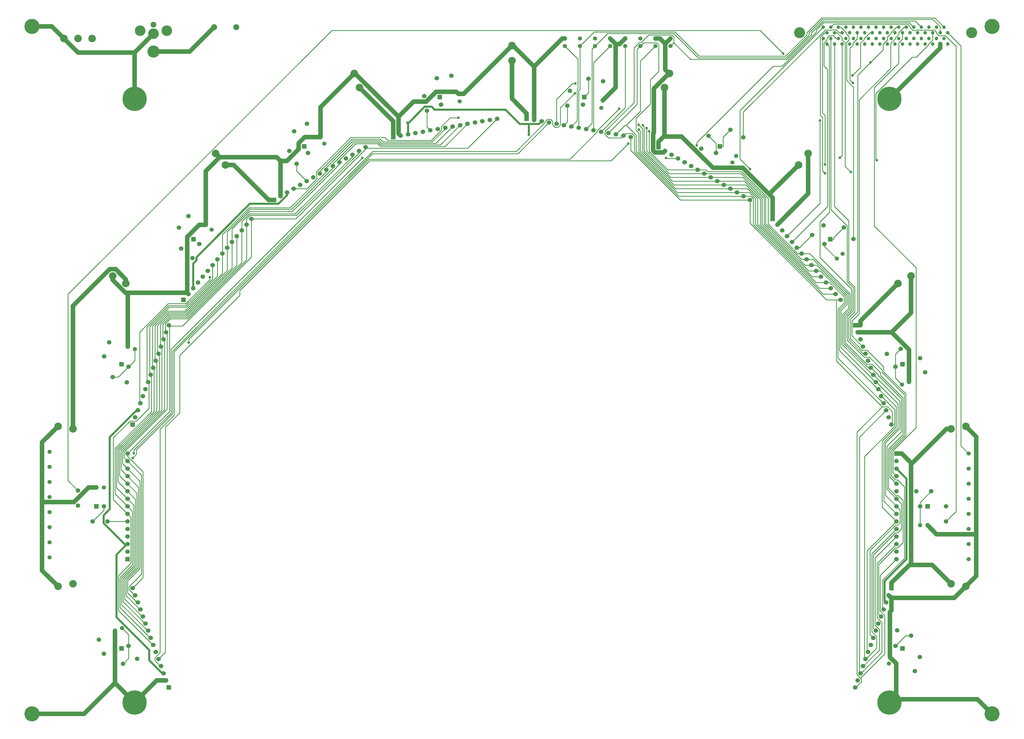
<source format=gbl>
G04 (created by PCBNEW (2013-jul-07)-stable) date Mon 30 Nov 2015 09:20:55 AM PST*
%MOIN*%
G04 Gerber Fmt 3.4, Leading zero omitted, Abs format*
%FSLAX34Y34*%
G01*
G70*
G90*
G04 APERTURE LIST*
%ADD10C,0.00590551*%
%ADD11C,0.145669*%
%ADD12C,0.0472441*%
%ADD13C,0.1*%
%ADD14C,0.0590551*%
%ADD15R,0.06X0.06*%
%ADD16C,0.06*%
%ADD17C,0.076*%
%ADD18C,0.14*%
%ADD19C,0.16*%
%ADD20C,0.055*%
%ADD21C,0.0787402*%
%ADD22C,0.32*%
%ADD23C,0.2*%
%ADD24C,0.035*%
%ADD25C,0.06*%
%ADD26C,0.01*%
%ADD27C,0.025*%
G04 APERTURE END LIST*
G54D10*
G54D11*
X140899Y-27246D03*
X118100Y-27246D03*
G54D12*
X137750Y-28746D03*
X137250Y-27996D03*
X136750Y-28746D03*
X136250Y-27996D03*
X135750Y-28746D03*
X135250Y-27996D03*
X134750Y-28746D03*
X134250Y-27996D03*
X133750Y-28746D03*
X133250Y-27996D03*
X132750Y-28746D03*
X132250Y-27996D03*
X131750Y-28746D03*
X131250Y-27996D03*
X130750Y-28746D03*
X130250Y-27996D03*
X129750Y-28746D03*
X129250Y-27996D03*
X128750Y-28746D03*
X128250Y-27996D03*
X127750Y-28746D03*
X127250Y-27996D03*
X126750Y-28746D03*
X126250Y-27996D03*
X125750Y-28746D03*
X125250Y-27996D03*
X124750Y-28746D03*
X124250Y-27996D03*
X123750Y-28746D03*
X123250Y-27996D03*
X122750Y-28746D03*
X122250Y-27996D03*
X121750Y-28746D03*
X121250Y-27996D03*
X137750Y-27246D03*
X137250Y-26496D03*
X136750Y-27246D03*
X136250Y-26496D03*
X135750Y-27246D03*
X135250Y-26496D03*
X134750Y-27246D03*
X134250Y-26496D03*
X133750Y-27246D03*
X133250Y-26496D03*
X132750Y-27246D03*
X132250Y-26496D03*
X131750Y-27246D03*
X131250Y-26496D03*
X130750Y-27246D03*
X130250Y-26496D03*
X129750Y-27246D03*
X129250Y-26496D03*
X128750Y-27246D03*
X128250Y-26496D03*
X127750Y-27246D03*
X127250Y-26496D03*
X126750Y-27246D03*
X126250Y-26496D03*
X125750Y-27246D03*
X125250Y-26496D03*
X124750Y-27246D03*
X124250Y-26496D03*
X123750Y-27246D03*
X123250Y-26496D03*
X122750Y-27246D03*
X122250Y-26496D03*
X121750Y-27246D03*
X121250Y-26496D03*
G54D13*
X24370Y-28000D03*
X22500Y-28000D03*
X20630Y-28000D03*
G54D14*
X37669Y-57091D03*
X36161Y-55825D03*
X123967Y-53046D03*
X125232Y-54553D03*
X68726Y-37581D03*
X68384Y-35642D03*
X108947Y-40107D03*
X110652Y-41092D03*
X134063Y-70375D03*
X134736Y-72224D03*
X90130Y-33329D03*
X92069Y-33670D03*
X87334Y-36886D03*
X87676Y-34948D03*
X51477Y-44598D03*
X50493Y-42893D03*
X137500Y-90015D03*
X137500Y-91984D03*
X134036Y-109975D03*
X133363Y-111824D03*
X30335Y-110204D03*
X28485Y-110877D03*
X26419Y-92000D03*
X24451Y-92000D03*
X28967Y-73553D03*
X27117Y-72880D03*
X51147Y-40292D03*
X52852Y-39307D03*
X35867Y-53053D03*
X37132Y-51546D03*
X25963Y-70124D03*
X26636Y-68275D03*
X22500Y-89884D03*
X22500Y-87915D03*
X25936Y-109524D03*
X25263Y-107675D03*
X129664Y-69795D03*
X131514Y-69122D03*
X133579Y-88000D03*
X135548Y-88000D03*
X70030Y-33270D03*
X71969Y-32929D03*
X119759Y-54027D03*
X121266Y-52761D03*
X131032Y-106446D03*
X132882Y-107119D03*
X105057Y-42598D03*
X106042Y-40893D03*
G54D15*
X135064Y-90000D03*
G54D16*
X134064Y-90000D03*
G54D15*
X52467Y-42313D03*
G54D16*
X52967Y-43179D03*
G54D15*
X70438Y-35772D03*
G54D16*
X70612Y-36757D03*
G54D15*
X89561Y-35772D03*
G54D16*
X89387Y-36757D03*
G54D15*
X37818Y-54605D03*
G54D16*
X38584Y-55248D03*
G54D15*
X28256Y-108833D03*
G54D16*
X29196Y-108491D03*
G54D15*
X131743Y-108833D03*
G54D16*
X130803Y-108491D03*
G54D15*
X131743Y-71166D03*
G54D16*
X130803Y-71508D03*
G54D15*
X122181Y-54605D03*
G54D16*
X121415Y-55248D03*
G54D15*
X28256Y-71166D03*
G54D16*
X29196Y-71508D03*
G54D15*
X107532Y-42313D03*
G54D16*
X107032Y-43179D03*
G54D15*
X24935Y-90000D03*
G54D16*
X25935Y-90000D03*
G54D15*
X99407Y-42385D03*
G54D16*
X100273Y-42885D03*
X101139Y-43385D03*
X102005Y-43885D03*
X102871Y-44385D03*
X103737Y-44885D03*
X104603Y-45385D03*
X105469Y-45885D03*
X106335Y-46385D03*
X107201Y-46885D03*
X108067Y-47385D03*
X108933Y-47885D03*
X109799Y-48385D03*
X110665Y-48885D03*
X111531Y-49385D03*
G54D15*
X130261Y-100844D03*
G54D16*
X129919Y-101784D03*
X129577Y-102723D03*
X129235Y-103663D03*
X128893Y-104603D03*
X128551Y-105543D03*
X128209Y-106482D03*
X127867Y-107422D03*
X127525Y-108362D03*
X127183Y-109301D03*
X126841Y-110241D03*
X126499Y-111181D03*
X126157Y-112120D03*
X125815Y-113060D03*
X125473Y-114000D03*
G54D15*
X130939Y-83000D03*
G54D16*
X130939Y-84000D03*
X130939Y-85000D03*
X130939Y-86000D03*
X130939Y-87000D03*
X130939Y-88000D03*
X130939Y-89000D03*
X130939Y-90000D03*
X130939Y-91000D03*
X130939Y-92000D03*
X130939Y-93000D03*
X130939Y-94000D03*
X130939Y-95000D03*
X130939Y-96000D03*
X130939Y-97000D03*
G54D15*
X125473Y-65999D03*
G54D16*
X125815Y-66939D03*
X126157Y-67879D03*
X126499Y-68818D03*
X126841Y-69758D03*
X127183Y-70698D03*
X127525Y-71637D03*
X127867Y-72577D03*
X128209Y-73517D03*
X128551Y-74456D03*
X128893Y-75396D03*
X129235Y-76336D03*
X129577Y-77276D03*
X129919Y-78215D03*
X130261Y-79155D03*
G54D15*
X114522Y-51894D03*
G54D16*
X115164Y-52660D03*
X115807Y-53426D03*
X116450Y-54192D03*
X117093Y-54958D03*
X117736Y-55724D03*
X118378Y-56490D03*
X119021Y-57256D03*
X119664Y-58022D03*
X120307Y-58788D03*
X120950Y-59554D03*
X121592Y-60320D03*
X122235Y-61086D03*
X122878Y-61852D03*
X123521Y-62619D03*
G54D15*
X81952Y-38619D03*
G54D16*
X82936Y-38792D03*
X83921Y-38966D03*
X84906Y-39140D03*
X85891Y-39313D03*
X86876Y-39487D03*
X87860Y-39660D03*
X88845Y-39834D03*
X89830Y-40008D03*
X90815Y-40181D03*
X91800Y-40355D03*
X92784Y-40529D03*
X93769Y-40702D03*
X94754Y-40876D03*
X95739Y-41050D03*
G54D15*
X64260Y-41050D03*
G54D16*
X65245Y-40876D03*
X66230Y-40702D03*
X67215Y-40529D03*
X68199Y-40355D03*
X69184Y-40181D03*
X70169Y-40008D03*
X71154Y-39834D03*
X72139Y-39660D03*
X73123Y-39487D03*
X74108Y-39313D03*
X75093Y-39140D03*
X76078Y-38966D03*
X77063Y-38792D03*
X78047Y-38619D03*
G54D15*
X48468Y-49385D03*
G54D16*
X49334Y-48885D03*
X50200Y-48385D03*
X51066Y-47885D03*
X51932Y-47385D03*
X52798Y-46885D03*
X53664Y-46385D03*
X54530Y-45885D03*
X55396Y-45385D03*
X56262Y-44885D03*
X57128Y-44385D03*
X57994Y-43885D03*
X58860Y-43385D03*
X59726Y-42885D03*
X60592Y-42385D03*
G54D15*
X36478Y-62619D03*
G54D16*
X37121Y-61852D03*
X37764Y-61086D03*
X38407Y-60320D03*
X39049Y-59554D03*
X39692Y-58788D03*
X40335Y-58022D03*
X40978Y-57256D03*
X41621Y-56490D03*
X42263Y-55724D03*
X42906Y-54958D03*
X43549Y-54192D03*
X44192Y-53426D03*
X44835Y-52660D03*
X45477Y-51894D03*
G54D15*
X29738Y-79155D03*
G54D16*
X30080Y-78215D03*
X30422Y-77276D03*
X30764Y-76336D03*
X31106Y-75396D03*
X31448Y-74456D03*
X31790Y-73517D03*
X32132Y-72577D03*
X32474Y-71637D03*
X32816Y-70698D03*
X33158Y-69758D03*
X33500Y-68818D03*
X33842Y-67879D03*
X34184Y-66939D03*
X34526Y-65999D03*
G54D15*
X29060Y-97000D03*
G54D16*
X29060Y-96000D03*
X29060Y-95000D03*
X29060Y-94000D03*
X29060Y-93000D03*
X29060Y-92000D03*
X29060Y-91000D03*
X29060Y-90000D03*
X29060Y-89000D03*
X29060Y-88000D03*
X29060Y-87000D03*
X29060Y-86000D03*
X29060Y-85000D03*
X29060Y-84000D03*
X29060Y-83000D03*
G54D15*
X34526Y-114000D03*
G54D16*
X34184Y-113060D03*
X33842Y-112120D03*
X33500Y-111181D03*
X33158Y-110241D03*
X32816Y-109301D03*
X32474Y-108362D03*
X32132Y-107422D03*
X31790Y-106482D03*
X31448Y-105543D03*
X31106Y-104603D03*
X30764Y-103663D03*
X30422Y-102723D03*
X30080Y-101784D03*
X29738Y-100844D03*
G54D17*
X32500Y-26180D03*
G54D18*
X32500Y-27360D03*
G54D19*
X32500Y-29720D03*
G54D18*
X30730Y-26970D03*
X34270Y-26970D03*
G54D13*
X80000Y-30935D03*
X80000Y-28935D03*
X21832Y-100256D03*
X19863Y-100603D03*
X21832Y-79743D03*
X19863Y-79396D03*
X28848Y-60467D03*
X27116Y-59467D03*
X42034Y-44754D03*
X40748Y-43222D03*
X59798Y-34497D03*
X59114Y-32618D03*
G54D20*
X30051Y-69159D03*
X29111Y-68817D03*
X28341Y-106141D03*
X27401Y-106484D03*
X25935Y-87500D03*
X24935Y-87500D03*
X131658Y-73858D03*
X132598Y-73515D03*
X40191Y-53333D03*
X39425Y-52690D03*
X55133Y-41929D03*
X54633Y-41063D03*
X73073Y-36322D03*
X72900Y-35338D03*
X91850Y-37191D03*
X92023Y-36206D03*
X129948Y-110840D03*
X130888Y-111182D03*
X109197Y-44429D03*
X109697Y-43563D03*
X134064Y-92500D03*
X135064Y-92500D03*
X123022Y-57163D03*
X123788Y-56520D03*
G54D21*
X40523Y-26500D03*
X43476Y-26500D03*
G54D13*
X100201Y-34497D03*
X100885Y-32618D03*
X117965Y-44754D03*
X119251Y-43222D03*
X131151Y-60467D03*
X132883Y-59467D03*
X138167Y-79743D03*
X140136Y-79396D03*
X138167Y-100256D03*
X140136Y-100603D03*
G54D22*
X30000Y-36000D03*
X130000Y-36000D03*
X130000Y-116000D03*
X30000Y-116000D03*
G54D23*
X143600Y-26400D03*
X16400Y-117500D03*
X143600Y-117500D03*
X16400Y-26400D03*
G54D20*
X18750Y-82750D03*
X17750Y-82750D03*
X140500Y-91000D03*
X141500Y-91000D03*
X95000Y-29000D03*
X95000Y-28000D03*
X18750Y-88750D03*
X17750Y-88750D03*
X140500Y-93000D03*
X141500Y-93000D03*
X97000Y-29000D03*
X97000Y-28000D03*
X18750Y-86750D03*
X17750Y-86750D03*
X140500Y-95000D03*
X141500Y-95000D03*
X99000Y-29000D03*
X99000Y-28000D03*
X18750Y-84750D03*
X17750Y-84750D03*
X140500Y-97000D03*
X141500Y-97000D03*
X101000Y-29000D03*
X101000Y-28000D03*
X18750Y-90750D03*
X17750Y-90750D03*
X140500Y-83000D03*
X141500Y-83000D03*
X87000Y-29000D03*
X87000Y-28000D03*
X18750Y-96750D03*
X17750Y-96750D03*
X140500Y-85000D03*
X141500Y-85000D03*
X89000Y-29000D03*
X89000Y-28000D03*
X18750Y-94750D03*
X17750Y-94750D03*
X140500Y-87000D03*
X141500Y-87000D03*
X91000Y-29000D03*
X91000Y-28000D03*
X18750Y-92750D03*
X17750Y-92750D03*
X140500Y-89000D03*
X141500Y-89000D03*
X93000Y-29000D03*
X93000Y-28000D03*
G54D24*
X98168Y-40284D03*
X97842Y-39864D03*
X97343Y-39487D03*
X96765Y-39427D03*
X96816Y-40078D03*
X128344Y-44140D03*
X111531Y-45284D03*
X115951Y-30003D03*
X121462Y-45854D03*
X124897Y-45713D03*
X95410Y-41935D03*
X29759Y-83596D03*
X88320Y-35267D03*
X37183Y-68305D03*
X94205Y-37312D03*
X125091Y-32913D03*
X125173Y-33904D03*
X88393Y-33956D03*
X123447Y-43806D03*
X121466Y-44683D03*
X82243Y-40775D03*
X66126Y-39155D03*
X29919Y-82959D03*
X60184Y-43826D03*
X100414Y-43826D03*
X104467Y-42174D03*
X39957Y-59617D03*
X120808Y-38859D03*
X72917Y-38514D03*
X127496Y-31166D03*
G54D25*
X37303Y-29720D02*
X32500Y-29720D01*
X40523Y-26500D02*
X37303Y-29720D01*
X99407Y-42385D02*
X99407Y-41685D01*
X43136Y-44754D02*
X47768Y-49385D01*
X42034Y-44754D02*
X43136Y-44754D01*
X48468Y-49385D02*
X47768Y-49385D01*
X80000Y-35966D02*
X81952Y-37918D01*
X80000Y-30935D02*
X80000Y-35966D01*
X81952Y-38619D02*
X81952Y-37918D01*
X64260Y-41050D02*
X64260Y-40350D01*
X21832Y-63441D02*
X21832Y-79743D01*
X26709Y-58565D02*
X21832Y-63441D01*
X27491Y-58565D02*
X26709Y-58565D01*
X28848Y-59923D02*
X27491Y-58565D01*
X28848Y-60467D02*
X28848Y-59923D01*
X130261Y-100844D02*
X130261Y-100144D01*
X130939Y-83000D02*
X131639Y-83000D01*
X132969Y-84330D02*
X131639Y-83000D01*
X137556Y-79743D02*
X132969Y-84330D01*
X138167Y-79743D02*
X137556Y-79743D01*
X132882Y-84417D02*
X132882Y-97749D01*
X132969Y-84330D02*
X132882Y-84417D01*
X135660Y-97749D02*
X132882Y-97749D01*
X138167Y-100256D02*
X135660Y-97749D01*
X132656Y-97749D02*
X130261Y-100144D01*
X132882Y-97749D02*
X132656Y-97749D01*
X100201Y-34497D02*
X100201Y-41001D01*
X100090Y-41001D02*
X99407Y-41685D01*
X100201Y-41001D02*
X100090Y-41001D01*
X114522Y-51894D02*
X114522Y-51194D01*
X117965Y-44754D02*
X114076Y-48643D01*
X114522Y-49088D02*
X114076Y-48643D01*
X114522Y-51194D02*
X114522Y-49088D01*
X102477Y-41001D02*
X100201Y-41001D01*
X106620Y-45144D02*
X102477Y-41001D01*
X110578Y-45144D02*
X106620Y-45144D01*
X114076Y-48643D02*
X110578Y-45144D01*
X126173Y-65445D02*
X126173Y-65999D01*
X131151Y-60467D02*
X126173Y-65445D01*
X125473Y-65999D02*
X126173Y-65999D01*
X64260Y-38959D02*
X59798Y-34497D01*
X64260Y-40350D02*
X64260Y-38959D01*
G54D26*
X139486Y-28982D02*
X137750Y-27246D01*
X139486Y-81986D02*
X139486Y-28982D01*
X140500Y-83000D02*
X139486Y-81986D01*
X32432Y-108362D02*
X32474Y-108362D01*
X27874Y-103803D02*
X32432Y-108362D01*
X27874Y-99179D02*
X27874Y-103803D01*
X29511Y-97542D02*
X27874Y-99179D01*
X29511Y-91451D02*
X29511Y-97542D01*
X29060Y-91000D02*
X29511Y-91451D01*
X31913Y-73639D02*
X31790Y-73517D01*
X31913Y-77019D02*
X31913Y-73639D01*
X30247Y-78685D02*
X31913Y-77019D01*
X29387Y-78685D02*
X30247Y-78685D01*
X27167Y-80905D02*
X29387Y-78685D01*
X27167Y-89106D02*
X27167Y-80905D01*
X29060Y-91000D02*
X27167Y-89106D01*
X40335Y-59858D02*
X40335Y-58022D01*
X36781Y-63412D02*
X40335Y-59858D01*
X34478Y-63412D02*
X36781Y-63412D01*
X31648Y-66242D02*
X34478Y-63412D01*
X31648Y-73375D02*
X31648Y-66242D01*
X31790Y-73517D02*
X31648Y-73375D01*
X117843Y-56490D02*
X118378Y-56490D01*
X113922Y-52568D02*
X117843Y-56490D01*
X113922Y-49152D02*
X113922Y-52568D01*
X110404Y-45635D02*
X113922Y-49152D01*
X105919Y-45635D02*
X110404Y-45635D01*
X105669Y-45385D02*
X105919Y-45635D01*
X104603Y-45385D02*
X105669Y-45385D01*
X127201Y-71637D02*
X127525Y-71637D01*
X123983Y-68419D02*
X127201Y-71637D01*
X123983Y-64648D02*
X123983Y-68419D01*
X124793Y-63837D02*
X123983Y-64648D01*
X124793Y-61854D02*
X124793Y-63837D01*
X119429Y-56490D02*
X124793Y-61854D01*
X118378Y-56490D02*
X119429Y-56490D01*
X98168Y-42955D02*
X98168Y-40284D01*
X100599Y-45385D02*
X98168Y-42955D01*
X104603Y-45385D02*
X100599Y-45385D01*
X127875Y-106149D02*
X128209Y-106482D01*
X127875Y-96422D02*
X127875Y-106149D01*
X130798Y-93500D02*
X127875Y-96422D01*
X131093Y-93500D02*
X130798Y-93500D01*
X131593Y-93000D02*
X131093Y-93500D01*
X131593Y-89654D02*
X131593Y-93000D01*
X130939Y-89000D02*
X131593Y-89654D01*
X129654Y-87715D02*
X130939Y-89000D01*
X129654Y-82043D02*
X129654Y-87715D01*
X131554Y-80143D02*
X129654Y-82043D01*
X131554Y-75690D02*
X131554Y-80143D01*
X128508Y-72644D02*
X131554Y-75690D01*
X128508Y-72572D02*
X128508Y-72644D01*
X127573Y-71637D02*
X128508Y-72572D01*
X127525Y-71637D02*
X127573Y-71637D01*
X88645Y-38876D02*
X87860Y-39660D01*
X88645Y-34712D02*
X88645Y-38876D01*
X88721Y-34636D02*
X88645Y-34712D01*
X88721Y-30721D02*
X88721Y-34636D01*
X87000Y-29000D02*
X88721Y-30721D01*
X136033Y-25279D02*
X137250Y-26496D01*
X121040Y-25279D02*
X136033Y-25279D01*
X119073Y-27245D02*
X121040Y-25279D01*
X119073Y-27523D02*
X119073Y-27245D01*
X116250Y-30346D02*
X119073Y-27523D01*
X104816Y-30346D02*
X116250Y-30346D01*
X101598Y-27129D02*
X104816Y-30346D01*
X90870Y-27129D02*
X101598Y-27129D01*
X89000Y-29000D02*
X90870Y-27129D01*
X32245Y-72689D02*
X32132Y-72577D01*
X32245Y-77480D02*
X32245Y-72689D01*
X27389Y-82335D02*
X32245Y-77480D01*
X27389Y-88329D02*
X27389Y-82335D01*
X29060Y-90000D02*
X27389Y-88329D01*
X29712Y-90651D02*
X29060Y-90000D01*
X29712Y-97810D02*
X29712Y-90651D01*
X28081Y-99441D02*
X29712Y-97810D01*
X28081Y-103423D02*
X28081Y-99441D01*
X32080Y-107422D02*
X28081Y-103423D01*
X32132Y-107422D02*
X32080Y-107422D01*
X40978Y-59498D02*
X40978Y-57256D01*
X36864Y-63612D02*
X40978Y-59498D01*
X34563Y-63612D02*
X36864Y-63612D01*
X32019Y-66156D02*
X34563Y-63612D01*
X32019Y-72464D02*
X32019Y-66156D01*
X32132Y-72577D02*
X32019Y-72464D01*
X118326Y-57256D02*
X119021Y-57256D01*
X113592Y-52522D02*
X118326Y-57256D01*
X113592Y-49106D02*
X113592Y-52522D01*
X110371Y-45885D02*
X113592Y-49106D01*
X105469Y-45885D02*
X110371Y-45885D01*
X127793Y-72577D02*
X127867Y-72577D01*
X123783Y-68566D02*
X127793Y-72577D01*
X123783Y-64565D02*
X123783Y-68566D01*
X124593Y-63755D02*
X123783Y-64565D01*
X124593Y-61937D02*
X124593Y-63755D01*
X119912Y-57256D02*
X124593Y-61937D01*
X119021Y-57256D02*
X119912Y-57256D01*
X97842Y-42915D02*
X97842Y-39864D01*
X100812Y-45885D02*
X97842Y-42915D01*
X105469Y-45885D02*
X100812Y-45885D01*
X127906Y-72577D02*
X127867Y-72577D01*
X131354Y-76025D02*
X127906Y-72577D01*
X131354Y-79653D02*
X131354Y-76025D01*
X129454Y-81553D02*
X131354Y-79653D01*
X129454Y-88514D02*
X129454Y-81553D01*
X130939Y-90000D02*
X129454Y-88514D01*
X127451Y-107006D02*
X127867Y-107422D01*
X127451Y-95847D02*
X127451Y-107006D01*
X130799Y-92500D02*
X127451Y-95847D01*
X131082Y-92500D02*
X130799Y-92500D01*
X131393Y-92188D02*
X131082Y-92500D01*
X131393Y-90454D02*
X131393Y-92188D01*
X130939Y-90000D02*
X131393Y-90454D01*
X71154Y-39952D02*
X71154Y-39834D01*
X69406Y-41700D02*
X71154Y-39952D01*
X62915Y-41700D02*
X69406Y-41700D01*
X62546Y-41332D02*
X62915Y-41700D01*
X58803Y-41332D02*
X62546Y-41332D01*
X54530Y-45605D02*
X58803Y-41332D01*
X54530Y-45885D02*
X54530Y-45605D01*
X89000Y-34740D02*
X89000Y-29000D01*
X88845Y-34895D02*
X89000Y-34740D01*
X88845Y-39834D02*
X88845Y-34895D01*
X90615Y-39223D02*
X89830Y-40008D01*
X90615Y-29384D02*
X90615Y-39223D01*
X91000Y-29000D02*
X90615Y-29384D01*
X136750Y-26449D02*
X136750Y-27246D01*
X135780Y-25479D02*
X136750Y-26449D01*
X121123Y-25479D02*
X135780Y-25479D01*
X119325Y-27277D02*
X121123Y-25479D01*
X119325Y-27554D02*
X119325Y-27277D01*
X116325Y-30554D02*
X119325Y-27554D01*
X104675Y-30554D02*
X116325Y-30554D01*
X101450Y-27329D02*
X104675Y-30554D01*
X92670Y-27329D02*
X101450Y-27329D01*
X91000Y-29000D02*
X92670Y-27329D01*
X29912Y-89851D02*
X29060Y-89000D01*
X29912Y-97893D02*
X29912Y-89851D01*
X28281Y-99524D02*
X29912Y-97893D01*
X28281Y-103036D02*
X28281Y-99524D01*
X31728Y-106482D02*
X28281Y-103036D01*
X31790Y-106482D02*
X31728Y-106482D01*
X32584Y-71747D02*
X32474Y-71637D01*
X32584Y-77424D02*
X32584Y-71747D01*
X27590Y-82418D02*
X32584Y-77424D01*
X27590Y-87529D02*
X27590Y-82418D01*
X29060Y-89000D02*
X27590Y-87529D01*
X41621Y-53954D02*
X41621Y-56490D01*
X45140Y-50434D02*
X41621Y-53954D01*
X50619Y-50434D02*
X45140Y-50434D01*
X55396Y-45657D02*
X50619Y-50434D01*
X55396Y-45385D02*
X55396Y-45657D01*
X41621Y-59138D02*
X41621Y-56490D01*
X36634Y-64125D02*
X41621Y-59138D01*
X34333Y-64125D02*
X36634Y-64125D01*
X32361Y-66097D02*
X34333Y-64125D01*
X32361Y-71524D02*
X32361Y-66097D01*
X32474Y-71637D02*
X32361Y-71524D01*
X118809Y-58022D02*
X119664Y-58022D01*
X113392Y-52605D02*
X118809Y-58022D01*
X113392Y-49189D02*
X113392Y-52605D01*
X110588Y-46385D02*
X113392Y-49189D01*
X106335Y-46385D02*
X110588Y-46385D01*
X128164Y-73517D02*
X128209Y-73517D01*
X123583Y-68936D02*
X128164Y-73517D01*
X123583Y-64025D02*
X123583Y-68936D01*
X124390Y-63218D02*
X123583Y-64025D01*
X124390Y-62025D02*
X124390Y-63218D01*
X120388Y-58022D02*
X124390Y-62025D01*
X119664Y-58022D02*
X120388Y-58022D01*
X97508Y-39652D02*
X97343Y-39487D01*
X97508Y-42890D02*
X97508Y-39652D01*
X101004Y-46385D02*
X97508Y-42890D01*
X106335Y-46385D02*
X101004Y-46385D01*
X128272Y-73517D02*
X128209Y-73517D01*
X131140Y-76384D02*
X128272Y-73517D01*
X131140Y-79584D02*
X131140Y-76384D01*
X129254Y-81470D02*
X131140Y-79584D01*
X129254Y-89314D02*
X129254Y-81470D01*
X130939Y-91000D02*
X129254Y-89314D01*
X69899Y-41900D02*
X72139Y-39660D01*
X62732Y-41900D02*
X69899Y-41900D01*
X62364Y-41532D02*
X62732Y-41900D01*
X58977Y-41532D02*
X62364Y-41532D01*
X55396Y-45113D02*
X58977Y-41532D01*
X55396Y-45385D02*
X55396Y-45113D01*
X42263Y-53595D02*
X42263Y-55724D01*
X45224Y-50634D02*
X42263Y-53595D01*
X50793Y-50634D02*
X45224Y-50634D01*
X56262Y-45165D02*
X50793Y-50634D01*
X56262Y-44885D02*
X56262Y-45165D01*
X90815Y-31184D02*
X90815Y-40181D01*
X93000Y-29000D02*
X90815Y-31184D01*
X32946Y-70827D02*
X32816Y-70698D01*
X32946Y-77345D02*
X32946Y-70827D01*
X27792Y-82499D02*
X32946Y-77345D01*
X27792Y-86731D02*
X27792Y-82499D01*
X29060Y-88000D02*
X27792Y-86731D01*
X30112Y-89051D02*
X29060Y-88000D01*
X30112Y-97976D02*
X30112Y-89051D01*
X28483Y-99605D02*
X30112Y-97976D01*
X28483Y-102625D02*
X28483Y-99605D01*
X31401Y-105543D02*
X28483Y-102625D01*
X31448Y-105543D02*
X31401Y-105543D01*
X42263Y-58779D02*
X42263Y-55724D01*
X36717Y-64325D02*
X42263Y-58779D01*
X34420Y-64325D02*
X36717Y-64325D01*
X32704Y-66040D02*
X34420Y-64325D01*
X32704Y-70586D02*
X32704Y-66040D01*
X32816Y-70698D02*
X32704Y-70586D01*
X110802Y-46885D02*
X107201Y-46885D01*
X113151Y-49234D02*
X110802Y-46885D01*
X113151Y-52647D02*
X113151Y-49234D01*
X119292Y-58788D02*
X113151Y-52647D01*
X120307Y-58788D02*
X119292Y-58788D01*
X97308Y-39971D02*
X96765Y-39427D01*
X97308Y-42973D02*
X97308Y-39971D01*
X101220Y-46885D02*
X97308Y-42973D01*
X107201Y-46885D02*
X101220Y-46885D01*
X128500Y-74456D02*
X128551Y-74456D01*
X123383Y-69339D02*
X128500Y-74456D01*
X123383Y-63942D02*
X123383Y-69339D01*
X124190Y-63135D02*
X123383Y-63942D01*
X124190Y-62108D02*
X124190Y-63135D01*
X120871Y-58788D02*
X124190Y-62108D01*
X120307Y-58788D02*
X120871Y-58788D01*
X129041Y-90101D02*
X130939Y-92000D01*
X129041Y-81338D02*
X129041Y-90101D01*
X130918Y-79461D02*
X129041Y-81338D01*
X130918Y-76785D02*
X130918Y-79461D01*
X128590Y-74456D02*
X130918Y-76785D01*
X128551Y-74456D02*
X128590Y-74456D01*
X127051Y-109170D02*
X127183Y-109301D01*
X127051Y-95887D02*
X127051Y-109170D01*
X130939Y-92000D02*
X127051Y-95887D01*
X70510Y-42100D02*
X73123Y-39487D01*
X62649Y-42100D02*
X70510Y-42100D01*
X62281Y-41732D02*
X62649Y-42100D01*
X59143Y-41732D02*
X62281Y-41732D01*
X56262Y-44613D02*
X59143Y-41732D01*
X56262Y-44885D02*
X56262Y-44613D01*
X57128Y-44677D02*
X57128Y-44385D01*
X50868Y-50936D02*
X57128Y-44677D01*
X45205Y-50936D02*
X50868Y-50936D01*
X42906Y-53235D02*
X45205Y-50936D01*
X42906Y-54958D02*
X42906Y-53235D01*
X33284Y-69884D02*
X33158Y-69758D01*
X33284Y-77289D02*
X33284Y-69884D01*
X28000Y-82573D02*
X33284Y-77289D01*
X28000Y-85939D02*
X28000Y-82573D01*
X29060Y-87000D02*
X28000Y-85939D01*
X30312Y-88251D02*
X29060Y-87000D01*
X30312Y-98059D02*
X30312Y-88251D01*
X28683Y-99687D02*
X30312Y-98059D01*
X28683Y-102250D02*
X28683Y-99687D01*
X31036Y-104603D02*
X28683Y-102250D01*
X31106Y-104603D02*
X31036Y-104603D01*
X42906Y-58419D02*
X42906Y-54958D01*
X36800Y-64525D02*
X42906Y-58419D01*
X34503Y-64525D02*
X36800Y-64525D01*
X33045Y-65983D02*
X34503Y-64525D01*
X33045Y-69645D02*
X33045Y-65983D01*
X33158Y-69758D02*
X33045Y-69645D01*
X111018Y-47385D02*
X108067Y-47385D01*
X112951Y-49317D02*
X111018Y-47385D01*
X112951Y-52732D02*
X112951Y-49317D01*
X119773Y-59554D02*
X112951Y-52732D01*
X120950Y-59554D02*
X119773Y-59554D01*
X128219Y-44015D02*
X128344Y-44140D01*
X128219Y-35283D02*
X128219Y-44015D01*
X133035Y-30467D02*
X128219Y-35283D01*
X133575Y-30467D02*
X133035Y-30467D01*
X135179Y-28864D02*
X133575Y-30467D01*
X135179Y-28756D02*
X135179Y-28864D01*
X135750Y-28185D02*
X135179Y-28756D01*
X135750Y-27246D02*
X135750Y-28185D01*
X97016Y-40278D02*
X96816Y-40078D01*
X97016Y-42963D02*
X97016Y-40278D01*
X101437Y-47385D02*
X97016Y-42963D01*
X108067Y-47385D02*
X101437Y-47385D01*
X126707Y-110107D02*
X126841Y-110241D01*
X126707Y-83389D02*
X126707Y-110107D01*
X130715Y-79381D02*
X126707Y-83389D01*
X130715Y-77166D02*
X130715Y-79381D01*
X128944Y-75396D02*
X130715Y-77166D01*
X128893Y-75396D02*
X128944Y-75396D01*
X126880Y-110241D02*
X126841Y-110241D01*
X128318Y-108803D02*
X126880Y-110241D01*
X128318Y-107237D02*
X128318Y-108803D01*
X127660Y-106578D02*
X128318Y-107237D01*
X127660Y-96279D02*
X127660Y-106578D01*
X130939Y-93000D02*
X127660Y-96279D01*
X95000Y-37155D02*
X95000Y-29000D01*
X91800Y-40355D02*
X95000Y-37155D01*
X71121Y-42301D02*
X74108Y-39313D01*
X62566Y-42301D02*
X71121Y-42301D01*
X62198Y-41932D02*
X62566Y-42301D01*
X59310Y-41932D02*
X62198Y-41932D01*
X57128Y-44114D02*
X59310Y-41932D01*
X57128Y-44385D02*
X57128Y-44114D01*
X33613Y-68931D02*
X33500Y-68818D01*
X33613Y-77243D02*
X33613Y-68931D01*
X28201Y-82656D02*
X33613Y-77243D01*
X28201Y-85140D02*
X28201Y-82656D01*
X29060Y-86000D02*
X28201Y-85140D01*
X30512Y-87451D02*
X29060Y-86000D01*
X30512Y-98142D02*
X30512Y-87451D01*
X28884Y-99770D02*
X30512Y-98142D01*
X28884Y-101823D02*
X28884Y-99770D01*
X30724Y-103663D02*
X28884Y-101823D01*
X30764Y-103663D02*
X30724Y-103663D01*
X43549Y-58059D02*
X43549Y-54192D01*
X36883Y-64725D02*
X43549Y-58059D01*
X34586Y-64725D02*
X36883Y-64725D01*
X33388Y-65923D02*
X34586Y-64725D01*
X33388Y-68706D02*
X33388Y-65923D01*
X33500Y-68818D02*
X33388Y-68706D01*
X129192Y-76336D02*
X129235Y-76336D01*
X123182Y-70327D02*
X129192Y-76336D01*
X123182Y-63859D02*
X123182Y-70327D01*
X123990Y-63052D02*
X123182Y-63859D01*
X123990Y-62201D02*
X123990Y-63052D01*
X122110Y-60320D02*
X123990Y-62201D01*
X121592Y-60320D02*
X122110Y-60320D01*
X111235Y-47885D02*
X108933Y-47885D01*
X112550Y-49200D02*
X111235Y-47885D01*
X112550Y-52615D02*
X112550Y-49200D01*
X120256Y-60320D02*
X112550Y-52615D01*
X121592Y-60320D02*
X120256Y-60320D01*
X96574Y-29425D02*
X97000Y-29000D01*
X96574Y-36739D02*
X96574Y-29425D01*
X92784Y-40529D02*
X96574Y-36739D01*
X101645Y-47885D02*
X108933Y-47885D01*
X96816Y-43056D02*
X101645Y-47885D01*
X96816Y-40542D02*
X96816Y-43056D01*
X96438Y-40165D02*
X96816Y-40542D01*
X96438Y-38573D02*
X96438Y-40165D01*
X98338Y-36674D02*
X96438Y-38573D01*
X98338Y-33469D02*
X98338Y-36674D01*
X99425Y-32382D02*
X98338Y-33469D01*
X99425Y-28812D02*
X99425Y-32382D01*
X99186Y-28574D02*
X99425Y-28812D01*
X97425Y-28574D02*
X99186Y-28574D01*
X97000Y-29000D02*
X97425Y-28574D01*
X126538Y-111181D02*
X126499Y-111181D01*
X128661Y-109057D02*
X126538Y-111181D01*
X128661Y-106298D02*
X128661Y-109057D01*
X128096Y-105733D02*
X128661Y-106298D01*
X128096Y-96842D02*
X128096Y-105733D01*
X130939Y-94000D02*
X128096Y-96842D01*
X58860Y-43656D02*
X58860Y-43385D01*
X51281Y-51235D02*
X58860Y-43656D01*
X45190Y-51235D02*
X51281Y-51235D01*
X44192Y-52232D02*
X45190Y-51235D01*
X44192Y-53426D02*
X44192Y-52232D01*
X33966Y-68002D02*
X33842Y-67879D01*
X33966Y-77173D02*
X33966Y-68002D01*
X28408Y-82731D02*
X33966Y-77173D01*
X28408Y-84348D02*
X28408Y-82731D01*
X29060Y-85000D02*
X28408Y-84348D01*
X30712Y-86652D02*
X29060Y-85000D01*
X30712Y-98225D02*
X30712Y-86652D01*
X29084Y-99853D02*
X30712Y-98225D01*
X29084Y-101459D02*
X29084Y-99853D01*
X30348Y-102723D02*
X29084Y-101459D01*
X30422Y-102723D02*
X30348Y-102723D01*
X44192Y-57699D02*
X44192Y-53426D01*
X36966Y-64925D02*
X44192Y-57699D01*
X34668Y-64925D02*
X36966Y-64925D01*
X33729Y-65865D02*
X34668Y-64925D01*
X33729Y-67765D02*
X33729Y-65865D01*
X33842Y-67879D02*
X33729Y-67765D01*
X126032Y-111995D02*
X126157Y-112120D01*
X126032Y-80821D02*
X126032Y-111995D01*
X129577Y-77276D02*
X126032Y-80821D01*
X111452Y-48385D02*
X109799Y-48385D01*
X112250Y-49183D02*
X111452Y-48385D01*
X112250Y-52599D02*
X112250Y-49183D01*
X120738Y-61086D02*
X112250Y-52599D01*
X122235Y-61086D02*
X120738Y-61086D01*
X94959Y-39512D02*
X93769Y-40702D01*
X95146Y-39512D02*
X94959Y-39512D01*
X97011Y-37648D02*
X95146Y-39512D01*
X97011Y-30988D02*
X97011Y-37648D01*
X99000Y-29000D02*
X97011Y-30988D01*
X101862Y-48385D02*
X109799Y-48385D01*
X96440Y-42963D02*
X101862Y-48385D01*
X96440Y-40806D02*
X96440Y-42963D01*
X95146Y-39512D02*
X96440Y-40806D01*
X128377Y-97561D02*
X130939Y-95000D01*
X128377Y-104732D02*
X128377Y-97561D01*
X129014Y-105369D02*
X128377Y-104732D01*
X129014Y-109339D02*
X129014Y-105369D01*
X126233Y-112120D02*
X129014Y-109339D01*
X126157Y-112120D02*
X126233Y-112120D01*
X44835Y-51873D02*
X44835Y-52660D01*
X45272Y-51435D02*
X44835Y-51873D01*
X51447Y-51435D02*
X45272Y-51435D01*
X59726Y-43156D02*
X51447Y-51435D01*
X59726Y-42885D02*
X59726Y-43156D01*
X101000Y-29000D02*
X101450Y-28549D01*
X133445Y-25691D02*
X134250Y-26496D01*
X121194Y-25691D02*
X133445Y-25691D01*
X119657Y-27228D02*
X121194Y-25691D01*
X119657Y-27506D02*
X119657Y-27228D01*
X116408Y-30755D02*
X119657Y-27506D01*
X103655Y-30755D02*
X116408Y-30755D01*
X101450Y-28549D02*
X103655Y-30755D01*
X34308Y-67063D02*
X34184Y-66939D01*
X34308Y-77114D02*
X34308Y-67063D01*
X28610Y-82812D02*
X34308Y-77114D01*
X28610Y-83549D02*
X28610Y-82812D01*
X29060Y-84000D02*
X28610Y-83549D01*
X30912Y-85852D02*
X29060Y-84000D01*
X30912Y-99009D02*
X30912Y-85852D01*
X29284Y-100637D02*
X30912Y-99009D01*
X29284Y-101027D02*
X29284Y-100637D01*
X30041Y-101784D02*
X29284Y-101027D01*
X30080Y-101784D02*
X30041Y-101784D01*
X111669Y-48885D02*
X110665Y-48885D01*
X111986Y-49202D02*
X111669Y-48885D01*
X111986Y-52628D02*
X111986Y-49202D01*
X121211Y-61852D02*
X111986Y-52628D01*
X122878Y-61852D02*
X121211Y-61852D01*
X44835Y-57339D02*
X44835Y-52660D01*
X37049Y-65125D02*
X44835Y-57339D01*
X34751Y-65125D02*
X37049Y-65125D01*
X34072Y-65805D02*
X34751Y-65125D01*
X34072Y-66826D02*
X34072Y-65805D01*
X34184Y-66939D02*
X34072Y-66826D01*
X94456Y-41174D02*
X94754Y-40876D01*
X92780Y-41174D02*
X94456Y-41174D01*
X92311Y-40705D02*
X92780Y-41174D01*
X92311Y-40348D02*
X92311Y-40705D01*
X96174Y-36485D02*
X92311Y-40348D01*
X96174Y-29223D02*
X96174Y-36485D01*
X96898Y-28500D02*
X96174Y-29223D01*
X97150Y-28500D02*
X96898Y-28500D01*
X98114Y-27536D02*
X97150Y-28500D01*
X101211Y-27536D02*
X98114Y-27536D01*
X101450Y-27774D02*
X101211Y-27536D01*
X101450Y-28549D02*
X101450Y-27774D01*
X102079Y-48885D02*
X110665Y-48885D01*
X96213Y-43019D02*
X102079Y-48885D01*
X96213Y-40884D02*
X96213Y-43019D01*
X95915Y-40585D02*
X96213Y-40884D01*
X95045Y-40585D02*
X95915Y-40585D01*
X94754Y-40876D02*
X95045Y-40585D01*
X34634Y-66107D02*
X34526Y-65999D01*
X29060Y-83363D02*
X29060Y-83000D01*
X31112Y-85415D02*
X29060Y-83363D01*
X31112Y-99470D02*
X31112Y-85415D01*
X29738Y-100844D02*
X31112Y-99470D01*
X45477Y-56980D02*
X45477Y-51894D01*
X36350Y-66107D02*
X45477Y-56980D01*
X34634Y-66107D02*
X36350Y-66107D01*
X34634Y-77425D02*
X29060Y-83000D01*
X34634Y-66107D02*
X34634Y-77425D01*
X110198Y-43951D02*
X111531Y-45284D01*
X110198Y-37547D02*
X110198Y-43951D01*
X121250Y-26496D02*
X110198Y-37547D01*
X121680Y-62619D02*
X122982Y-62619D01*
X111531Y-52470D02*
X121680Y-62619D01*
X111531Y-49385D02*
X111531Y-52470D01*
X122982Y-62619D02*
X123521Y-62619D01*
X122982Y-70746D02*
X129051Y-76815D01*
X122982Y-62619D02*
X122982Y-70746D01*
X128779Y-99159D02*
X130939Y-97000D01*
X128779Y-103853D02*
X128779Y-99159D01*
X129361Y-104435D02*
X128779Y-103853D01*
X129361Y-109556D02*
X129361Y-104435D01*
X126154Y-112763D02*
X129361Y-109556D01*
X125707Y-112315D02*
X126154Y-112763D01*
X125707Y-80160D02*
X125707Y-112315D01*
X129051Y-76815D02*
X125707Y-80160D01*
X125544Y-114000D02*
X125473Y-114000D01*
X126289Y-113255D02*
X125544Y-114000D01*
X126289Y-112897D02*
X126289Y-113255D01*
X126154Y-112763D02*
X126289Y-112897D01*
X130386Y-79030D02*
X130261Y-79155D01*
X130386Y-77437D02*
X130386Y-79030D01*
X129764Y-76815D02*
X130386Y-77437D01*
X129051Y-76815D02*
X129764Y-76815D01*
X102296Y-49385D02*
X111531Y-49385D01*
X95739Y-42828D02*
X102296Y-49385D01*
X95739Y-41050D02*
X95739Y-42828D01*
X60592Y-42385D02*
X60592Y-42530D01*
X51357Y-51894D02*
X45477Y-51894D01*
X60592Y-42659D02*
X51357Y-51894D01*
X60592Y-42530D02*
X60592Y-42659D01*
X74136Y-42530D02*
X78047Y-38619D01*
X60592Y-42530D02*
X74136Y-42530D01*
X112870Y-26922D02*
X115951Y-30003D01*
X56127Y-26922D02*
X112870Y-26922D01*
X21180Y-61869D02*
X56127Y-26922D01*
X21180Y-86596D02*
X21180Y-61869D01*
X22500Y-87915D02*
X21180Y-86596D01*
X122645Y-26100D02*
X122250Y-26496D01*
X132432Y-26100D02*
X122645Y-26100D01*
X132750Y-26418D02*
X132432Y-26100D01*
X132750Y-26558D02*
X132750Y-26418D01*
X133088Y-26896D02*
X132750Y-26558D01*
X133553Y-26896D02*
X133088Y-26896D01*
X133595Y-26854D02*
X133553Y-26896D01*
X134062Y-26854D02*
X133595Y-26854D01*
X134092Y-26885D02*
X134062Y-26854D01*
X134564Y-26885D02*
X134092Y-26885D01*
X134595Y-26854D02*
X134564Y-26885D01*
X135062Y-26854D02*
X134595Y-26854D01*
X135092Y-26885D02*
X135062Y-26854D01*
X135564Y-26885D02*
X135092Y-26885D01*
X135595Y-26854D02*
X135564Y-26885D01*
X135929Y-26854D02*
X135595Y-26854D01*
X136241Y-27166D02*
X135929Y-26854D01*
X136241Y-27299D02*
X136241Y-27166D01*
X136578Y-27636D02*
X136241Y-27299D01*
X136907Y-27636D02*
X136578Y-27636D01*
X136949Y-27594D02*
X136907Y-27636D01*
X137401Y-27594D02*
X136949Y-27594D01*
X138832Y-29025D02*
X137401Y-27594D01*
X138832Y-90651D02*
X138832Y-29025D01*
X137500Y-91984D02*
X138832Y-90651D01*
X121133Y-45525D02*
X121462Y-45854D01*
X121133Y-38441D02*
X121133Y-45525D01*
X120848Y-38156D02*
X121133Y-38441D01*
X120848Y-27827D02*
X120848Y-38156D01*
X121430Y-27246D02*
X120848Y-27827D01*
X121750Y-27246D02*
X121430Y-27246D01*
X123355Y-27246D02*
X123750Y-27246D01*
X122951Y-26841D02*
X123355Y-27246D01*
X122450Y-26841D02*
X122951Y-26841D01*
X122404Y-26887D02*
X122450Y-26841D01*
X121937Y-26887D02*
X122404Y-26887D01*
X121907Y-26857D02*
X121937Y-26887D01*
X121536Y-26857D02*
X121907Y-26857D01*
X110652Y-37740D02*
X121536Y-26857D01*
X110652Y-41092D02*
X110652Y-37740D01*
X125232Y-34438D02*
X125232Y-54553D01*
X124344Y-33550D02*
X125232Y-34438D01*
X124344Y-28497D02*
X124344Y-33550D01*
X124642Y-28199D02*
X124344Y-28497D01*
X124642Y-27733D02*
X124642Y-28199D01*
X124308Y-27399D02*
X124642Y-27733D01*
X124308Y-27244D02*
X124308Y-27399D01*
X123560Y-26496D02*
X124308Y-27244D01*
X123250Y-26496D02*
X123560Y-26496D01*
X124144Y-44961D02*
X124897Y-45713D01*
X124144Y-28579D02*
X124144Y-44961D01*
X123750Y-28185D02*
X124144Y-28579D01*
X123750Y-27923D02*
X123750Y-28185D01*
X123072Y-27246D02*
X123750Y-27923D01*
X122750Y-27246D02*
X123072Y-27246D01*
X93145Y-44199D02*
X95410Y-41935D01*
X61122Y-44199D02*
X93145Y-44199D01*
X43935Y-61386D02*
X61122Y-44199D01*
X43935Y-62024D02*
X43935Y-61386D01*
X35962Y-69997D02*
X43935Y-62024D01*
X35962Y-77624D02*
X35962Y-69997D01*
X34076Y-79510D02*
X35962Y-77624D01*
X34076Y-109323D02*
X34076Y-79510D01*
X33158Y-110241D02*
X34076Y-109323D01*
X30245Y-83110D02*
X29759Y-83596D01*
X30245Y-82493D02*
X30245Y-83110D01*
X35035Y-77702D02*
X30245Y-82493D01*
X35035Y-69437D02*
X35035Y-77702D01*
X61520Y-42952D02*
X35035Y-69437D01*
X80572Y-42952D02*
X61520Y-42952D01*
X84414Y-39110D02*
X80572Y-42952D01*
X84414Y-38992D02*
X84414Y-39110D01*
X84716Y-38689D02*
X84414Y-38992D01*
X85092Y-38689D02*
X84716Y-38689D01*
X85366Y-38963D02*
X85092Y-38689D01*
X85366Y-39436D02*
X85366Y-38963D01*
X85696Y-39766D02*
X85366Y-39436D01*
X86087Y-39766D02*
X85696Y-39766D01*
X86419Y-39434D02*
X86087Y-39766D01*
X86419Y-37167D02*
X86419Y-39434D01*
X88320Y-35267D02*
X86419Y-37167D01*
X130079Y-86140D02*
X130939Y-87000D01*
X130079Y-82467D02*
X130079Y-86140D01*
X131956Y-80590D02*
X130079Y-82467D01*
X131956Y-75156D02*
X131956Y-80590D01*
X129047Y-72247D02*
X131956Y-75156D01*
X129047Y-71922D02*
X129047Y-72247D01*
X127363Y-70238D02*
X129047Y-71922D01*
X126666Y-70238D02*
X127363Y-70238D01*
X124396Y-67969D02*
X126666Y-70238D01*
X124396Y-64836D02*
X124396Y-67969D01*
X125202Y-64030D02*
X124396Y-64836D01*
X125202Y-60990D02*
X125202Y-64030D01*
X124414Y-60201D02*
X125202Y-60990D01*
X124414Y-52830D02*
X124414Y-60201D01*
X122250Y-50665D02*
X124414Y-52830D01*
X122250Y-27996D02*
X122250Y-50665D01*
X128578Y-104288D02*
X128893Y-104603D01*
X128578Y-97719D02*
X128578Y-104288D01*
X130798Y-95500D02*
X128578Y-97719D01*
X131094Y-95500D02*
X130798Y-95500D01*
X131793Y-94800D02*
X131094Y-95500D01*
X131793Y-89188D02*
X131793Y-94800D01*
X131155Y-88549D02*
X131793Y-89188D01*
X130850Y-88549D02*
X131155Y-88549D01*
X129869Y-87569D02*
X130850Y-88549D01*
X129869Y-82394D02*
X129869Y-87569D01*
X131755Y-80508D02*
X129869Y-82394D01*
X131755Y-75591D02*
X131755Y-80508D01*
X128847Y-72682D02*
X131755Y-75591D01*
X128847Y-72307D02*
X128847Y-72682D01*
X127710Y-71171D02*
X128847Y-72307D01*
X127017Y-71171D02*
X127710Y-71171D01*
X124183Y-68336D02*
X127017Y-71171D01*
X124183Y-64749D02*
X124183Y-68336D01*
X125002Y-63930D02*
X124183Y-64749D01*
X125002Y-61216D02*
X125002Y-63930D01*
X120811Y-57025D02*
X125002Y-61216D01*
X120811Y-52283D02*
X120811Y-57025D01*
X122030Y-51064D02*
X120811Y-52283D01*
X122030Y-29026D02*
X122030Y-51064D01*
X121750Y-28746D02*
X122030Y-29026D01*
X37183Y-67855D02*
X37183Y-68305D01*
X61039Y-43999D02*
X37183Y-67855D01*
X87655Y-43999D02*
X61039Y-43999D01*
X91339Y-40315D02*
X87655Y-43999D01*
X91339Y-40178D02*
X91339Y-40315D01*
X94205Y-37312D02*
X91339Y-40178D01*
X126172Y-31832D02*
X125091Y-32913D01*
X126172Y-28621D02*
X126172Y-31832D01*
X126679Y-28114D02*
X126172Y-28621D01*
X126679Y-28006D02*
X126679Y-28114D01*
X127439Y-27246D02*
X126679Y-28006D01*
X127750Y-27246D02*
X127439Y-27246D01*
X124755Y-33487D02*
X125173Y-33904D01*
X124755Y-29287D02*
X124755Y-33487D01*
X125179Y-28864D02*
X124755Y-29287D01*
X125179Y-28613D02*
X125179Y-28864D01*
X125750Y-28042D02*
X125179Y-28613D01*
X125750Y-27246D02*
X125750Y-28042D01*
X88014Y-33956D02*
X88393Y-33956D01*
X85891Y-36080D02*
X88014Y-33956D01*
X85891Y-39313D02*
X85891Y-36080D01*
X123750Y-43503D02*
X123750Y-28746D01*
X123447Y-43806D02*
X123750Y-43503D01*
X122939Y-27996D02*
X123250Y-27996D01*
X122552Y-27609D02*
X122939Y-27996D01*
X122081Y-27609D02*
X122552Y-27609D01*
X121750Y-27940D02*
X122081Y-27609D01*
X121750Y-28185D02*
X121750Y-27940D01*
X121349Y-28585D02*
X121750Y-28185D01*
X121349Y-31641D02*
X121349Y-28585D01*
X121797Y-32088D02*
X121349Y-31641D01*
X121797Y-50254D02*
X121797Y-32088D01*
X117093Y-54958D02*
X121797Y-50254D01*
X122750Y-50263D02*
X122750Y-28746D01*
X124614Y-52127D02*
X122750Y-50263D01*
X124614Y-60119D02*
X124614Y-52127D01*
X125403Y-60907D02*
X124614Y-60119D01*
X125403Y-64195D02*
X125403Y-60907D01*
X124603Y-64995D02*
X125403Y-64195D01*
X124603Y-67845D02*
X124603Y-64995D01*
X126515Y-69758D02*
X124603Y-67845D01*
X126841Y-69758D02*
X126515Y-69758D01*
X121466Y-38176D02*
X121466Y-44683D01*
X121149Y-37859D02*
X121466Y-38176D01*
X121149Y-28096D02*
X121149Y-37859D01*
X121250Y-27996D02*
X121149Y-28096D01*
G54D27*
X28986Y-95000D02*
X29060Y-95000D01*
X28825Y-95160D02*
X28986Y-95000D01*
X37764Y-57821D02*
X37764Y-61086D01*
X38190Y-57395D02*
X37764Y-57821D01*
X38190Y-56992D02*
X38190Y-57395D01*
X45269Y-49912D02*
X38190Y-56992D01*
X49069Y-49912D02*
X45269Y-49912D01*
X50200Y-48782D02*
X49069Y-49912D01*
X50200Y-48385D02*
X50200Y-48782D01*
X25898Y-92232D02*
X28825Y-95160D01*
X25898Y-91191D02*
X25898Y-92232D01*
X26714Y-90374D02*
X25898Y-91191D01*
X26714Y-80835D02*
X26714Y-90374D01*
X30273Y-77276D02*
X26714Y-80835D01*
X30422Y-77276D02*
X30273Y-77276D01*
X33682Y-112120D02*
X33842Y-112120D01*
X31949Y-110388D02*
X33682Y-112120D01*
X31949Y-109043D02*
X31949Y-110388D01*
X27599Y-104692D02*
X31949Y-109043D01*
X27599Y-96387D02*
X27599Y-104692D01*
X28825Y-95160D02*
X27599Y-96387D01*
X132269Y-86329D02*
X130939Y-85000D01*
X132269Y-97006D02*
X132269Y-86329D01*
X129380Y-99894D02*
X132269Y-97006D01*
X129380Y-102527D02*
X129380Y-99894D01*
X129577Y-102723D02*
X129380Y-102527D01*
X83565Y-39322D02*
X82243Y-39322D01*
X83921Y-38966D02*
X83565Y-39322D01*
X82243Y-39322D02*
X82243Y-40775D01*
X81029Y-39322D02*
X82243Y-39322D01*
X79138Y-37431D02*
X81029Y-39322D01*
X69742Y-37431D02*
X79138Y-37431D01*
X69354Y-37043D02*
X69742Y-37431D01*
X68445Y-37043D02*
X69354Y-37043D01*
X66230Y-39259D02*
X68445Y-37043D01*
X66126Y-39155D02*
X66230Y-39259D01*
X66230Y-39259D02*
X66230Y-40702D01*
G54D26*
X33424Y-111181D02*
X33500Y-111181D01*
X32703Y-110459D02*
X33424Y-111181D01*
X32703Y-110052D02*
X32703Y-110459D01*
X33382Y-109372D02*
X32703Y-110052D01*
X33382Y-79779D02*
X33382Y-109372D01*
X35241Y-77920D02*
X33382Y-79779D01*
X35241Y-69514D02*
X35241Y-77920D01*
X61498Y-43257D02*
X35241Y-69514D01*
X80788Y-43257D02*
X61498Y-43257D01*
X80788Y-43257D02*
X80788Y-43257D01*
X84906Y-39140D02*
X80788Y-43257D01*
X100473Y-43885D02*
X102005Y-43885D01*
X100414Y-43826D02*
X100473Y-43885D01*
X104467Y-41805D02*
X104467Y-42174D01*
X114615Y-31657D02*
X104467Y-41805D01*
X115788Y-31657D02*
X114615Y-31657D01*
X120289Y-27156D02*
X115788Y-31657D01*
X120289Y-26879D02*
X120289Y-27156D01*
X121277Y-25891D02*
X120289Y-26879D01*
X132645Y-25891D02*
X121277Y-25891D01*
X133250Y-26496D02*
X132645Y-25891D01*
X34835Y-69175D02*
X60184Y-43826D01*
X34835Y-77619D02*
X34835Y-69175D01*
X29919Y-82535D02*
X34835Y-77619D01*
X29919Y-82959D02*
X29919Y-82535D01*
X39957Y-59953D02*
X39957Y-59617D01*
X36769Y-63141D02*
X39957Y-59953D01*
X34436Y-63141D02*
X36769Y-63141D01*
X30656Y-66922D02*
X34436Y-63141D01*
X30656Y-76228D02*
X30656Y-66922D01*
X30764Y-76336D02*
X30656Y-76228D01*
X120808Y-49834D02*
X116450Y-54192D01*
X120808Y-38859D02*
X120808Y-49834D01*
X126428Y-68818D02*
X126499Y-68818D01*
X125020Y-67410D02*
X126428Y-68818D01*
X125020Y-65432D02*
X125020Y-67410D01*
X125994Y-64459D02*
X125020Y-65432D01*
X125994Y-36117D02*
X125994Y-64459D01*
X130167Y-31944D02*
X125994Y-36117D01*
X130167Y-28639D02*
X130167Y-31944D01*
X130820Y-27985D02*
X130167Y-28639D01*
X130820Y-27877D02*
X130820Y-27985D01*
X131250Y-27448D02*
X130820Y-27877D01*
X131250Y-27183D02*
X131250Y-27448D01*
X131937Y-26496D02*
X131250Y-27183D01*
X132250Y-26496D02*
X131937Y-26496D01*
X130479Y-85540D02*
X130939Y-86000D01*
X130479Y-82632D02*
X130479Y-85540D01*
X133535Y-79577D02*
X130479Y-82632D01*
X133535Y-58366D02*
X133535Y-79577D01*
X128019Y-52850D02*
X133535Y-58366D01*
X128019Y-34486D02*
X128019Y-52850D01*
X131250Y-31255D02*
X128019Y-34486D01*
X131250Y-28556D02*
X131250Y-31255D01*
X131750Y-28056D02*
X131250Y-28556D01*
X131750Y-27246D02*
X131750Y-28056D01*
X71810Y-38514D02*
X72917Y-38514D01*
X70635Y-39689D02*
X71810Y-38514D01*
X70635Y-40182D02*
X70635Y-39689D01*
X69317Y-41500D02*
X70635Y-40182D01*
X63529Y-41500D02*
X69317Y-41500D01*
X63137Y-41108D02*
X63529Y-41500D01*
X58650Y-41108D02*
X63137Y-41108D01*
X54062Y-45696D02*
X58650Y-41108D01*
X54062Y-46146D02*
X54062Y-45696D01*
X54133Y-46218D02*
X54062Y-46146D01*
X54133Y-46585D02*
X54133Y-46218D01*
X52833Y-47885D02*
X54133Y-46585D01*
X51066Y-47885D02*
X52833Y-47885D01*
X129179Y-29484D02*
X127496Y-31166D01*
X129179Y-28756D02*
X129179Y-29484D01*
X129750Y-28185D02*
X129179Y-28756D01*
X129750Y-27793D02*
X129750Y-28185D01*
X130179Y-27364D02*
X129750Y-27793D01*
X130179Y-27256D02*
X130179Y-27364D01*
X130939Y-26496D02*
X130179Y-27256D01*
X131250Y-26496D02*
X130939Y-26496D01*
X129105Y-103533D02*
X129235Y-103663D01*
X129105Y-99780D02*
X129105Y-103533D01*
X131994Y-96892D02*
X129105Y-99780D01*
X131994Y-87400D02*
X131994Y-96892D01*
X131094Y-86500D02*
X131994Y-87400D01*
X130798Y-86500D02*
X131094Y-86500D01*
X130279Y-85981D02*
X130798Y-86500D01*
X130279Y-82550D02*
X130279Y-85981D01*
X132156Y-80672D02*
X130279Y-82550D01*
X132156Y-75073D02*
X132156Y-80672D01*
X129247Y-72164D02*
X132156Y-75073D01*
X129247Y-71504D02*
X129247Y-72164D01*
X127031Y-69288D02*
X129247Y-71504D01*
X126328Y-69288D02*
X127031Y-69288D01*
X124820Y-67780D02*
X126328Y-69288D01*
X124820Y-65191D02*
X124820Y-67780D01*
X125794Y-64217D02*
X124820Y-65191D01*
X125794Y-32869D02*
X125794Y-64217D01*
X127496Y-31166D02*
X125794Y-32869D01*
X29060Y-92000D02*
X26419Y-92000D01*
X51477Y-45565D02*
X51477Y-44598D01*
X52798Y-46885D02*
X51477Y-45565D01*
X68726Y-39723D02*
X68726Y-37581D01*
X69184Y-40181D02*
X68726Y-39723D01*
X87334Y-39028D02*
X87334Y-36886D01*
X86876Y-39487D02*
X87334Y-39028D01*
X118061Y-55724D02*
X119759Y-54027D01*
X117736Y-55724D02*
X118061Y-55724D01*
G54D25*
X141500Y-87000D02*
X141500Y-85000D01*
X17750Y-94750D02*
X17750Y-92750D01*
X17750Y-92750D02*
X17750Y-90750D01*
X17750Y-86750D02*
X17750Y-84750D01*
X17750Y-94750D02*
X17750Y-96750D01*
X22490Y-29860D02*
X20630Y-28000D01*
X30000Y-29860D02*
X22490Y-29860D01*
X30000Y-29860D02*
X32500Y-27360D01*
X30000Y-29860D02*
X30000Y-36000D01*
X100800Y-32618D02*
X100885Y-32618D01*
X141500Y-95000D02*
X141500Y-97000D01*
X17750Y-98490D02*
X19863Y-100603D01*
X17750Y-96750D02*
X17750Y-98490D01*
X49334Y-48885D02*
X49334Y-44235D01*
X52522Y-41063D02*
X54633Y-41063D01*
X51725Y-41859D02*
X52522Y-41063D01*
X51725Y-42675D02*
X51725Y-41859D01*
X50165Y-44235D02*
X51725Y-42675D01*
X49334Y-44235D02*
X50165Y-44235D01*
X94268Y-28731D02*
X93731Y-28731D01*
X95000Y-28000D02*
X94268Y-28731D01*
X93000Y-28000D02*
X93731Y-28731D01*
X93731Y-34498D02*
X92023Y-36206D01*
X93731Y-28731D02*
X93731Y-34498D01*
X99610Y-28000D02*
X100305Y-28694D01*
X99000Y-28000D02*
X99610Y-28000D01*
X101000Y-28000D02*
X100305Y-28694D01*
X100305Y-32122D02*
X100800Y-32618D01*
X100305Y-28694D02*
X100305Y-32122D01*
X141500Y-89000D02*
X141500Y-87000D01*
X130888Y-115555D02*
X130888Y-111182D01*
X130444Y-115555D02*
X130888Y-115555D01*
X130000Y-116000D02*
X130444Y-115555D01*
X141655Y-115555D02*
X143600Y-117500D01*
X130888Y-115555D02*
X141655Y-115555D01*
X23302Y-117500D02*
X27401Y-113401D01*
X16400Y-117500D02*
X23302Y-117500D01*
X27401Y-106484D02*
X27401Y-113401D01*
X141500Y-89000D02*
X141500Y-91000D01*
X17750Y-81509D02*
X17750Y-82750D01*
X19863Y-79396D02*
X17750Y-81509D01*
X17750Y-82750D02*
X17750Y-84750D01*
X86684Y-28000D02*
X82936Y-31747D01*
X87000Y-28000D02*
X86684Y-28000D01*
X82936Y-38792D02*
X82936Y-31747D01*
X80125Y-28935D02*
X80000Y-28935D01*
X82936Y-31747D02*
X80125Y-28935D01*
X19030Y-26400D02*
X20630Y-28000D01*
X16400Y-26400D02*
X19030Y-26400D01*
X27401Y-113401D02*
X30000Y-116000D01*
X32939Y-113060D02*
X34184Y-113060D01*
X30000Y-116000D02*
X32939Y-113060D01*
X40748Y-43222D02*
X41258Y-43732D01*
X48830Y-43732D02*
X41258Y-43732D01*
X49334Y-44235D02*
X48830Y-43732D01*
X39425Y-45565D02*
X39425Y-52690D01*
X41258Y-43732D02*
X39425Y-45565D01*
X17750Y-86750D02*
X17750Y-88750D01*
X23899Y-87500D02*
X24935Y-87500D01*
X21968Y-89431D02*
X23899Y-87500D01*
X17750Y-89431D02*
X21968Y-89431D01*
X17750Y-88750D02*
X17750Y-89431D01*
X17750Y-89431D02*
X17750Y-90750D01*
X36964Y-54293D02*
X36964Y-61695D01*
X38567Y-52690D02*
X36964Y-54293D01*
X39425Y-52690D02*
X38567Y-52690D01*
X36964Y-61695D02*
X37121Y-61852D01*
X29111Y-68817D02*
X29111Y-61695D01*
X36964Y-61695D02*
X29111Y-61695D01*
X27116Y-60012D02*
X27116Y-59467D01*
X28799Y-61695D02*
X27116Y-60012D01*
X29111Y-61695D02*
X28799Y-61695D01*
X98788Y-34630D02*
X100800Y-32618D01*
X98788Y-40493D02*
X98788Y-34630D01*
X98705Y-40577D02*
X98788Y-40493D01*
X98705Y-42855D02*
X98705Y-40577D01*
X98935Y-43085D02*
X98705Y-42855D01*
X100073Y-43085D02*
X98935Y-43085D01*
X100273Y-42885D02*
X100073Y-43085D01*
X136750Y-29250D02*
X136750Y-28746D01*
X130000Y-36000D02*
X136750Y-29250D01*
X119251Y-48573D02*
X115164Y-52660D01*
X119251Y-43222D02*
X119251Y-48573D01*
X141500Y-99240D02*
X140136Y-100603D01*
X141500Y-97000D02*
X141500Y-99240D01*
X138597Y-102142D02*
X130277Y-102142D01*
X140136Y-100603D02*
X138597Y-102142D01*
X130277Y-103802D02*
X130277Y-102142D01*
X130085Y-103994D02*
X130277Y-103802D01*
X130085Y-109997D02*
X130085Y-103994D01*
X130888Y-110800D02*
X130085Y-109997D01*
X130888Y-111182D02*
X130888Y-110800D01*
X130277Y-102142D02*
X129919Y-101784D01*
X54633Y-37099D02*
X59114Y-32618D01*
X54633Y-41063D02*
X54633Y-37099D01*
X59216Y-32618D02*
X64960Y-38362D01*
X59114Y-32618D02*
X59216Y-32618D01*
X64960Y-40591D02*
X65245Y-40876D01*
X64960Y-38362D02*
X64960Y-40591D01*
X73597Y-35338D02*
X72900Y-35338D01*
X80000Y-28935D02*
X73597Y-35338D01*
X66964Y-36359D02*
X64960Y-38362D01*
X68651Y-36359D02*
X66964Y-36359D01*
X69951Y-35059D02*
X68651Y-36359D01*
X72621Y-35059D02*
X69951Y-35059D01*
X72900Y-35338D02*
X72621Y-35059D01*
X141500Y-80759D02*
X141500Y-83000D01*
X140136Y-79396D02*
X141500Y-80759D01*
X141500Y-83000D02*
X141500Y-85000D01*
X141500Y-91000D02*
X141500Y-93000D01*
X136251Y-93687D02*
X135064Y-92500D01*
X141500Y-93687D02*
X136251Y-93687D01*
X141500Y-93000D02*
X141500Y-93687D01*
X141500Y-93687D02*
X141500Y-95000D01*
X132883Y-64371D02*
X130315Y-66939D01*
X132883Y-59467D02*
X132883Y-64371D01*
X132598Y-69222D02*
X130315Y-66939D01*
X132598Y-73515D02*
X132598Y-69222D01*
X130315Y-66939D02*
X125815Y-66939D01*
G54D26*
X107982Y-41073D02*
X108947Y-40107D01*
X107982Y-42313D02*
X107982Y-41073D01*
X107532Y-42313D02*
X107982Y-42313D01*
X122632Y-54381D02*
X123967Y-53046D01*
X122632Y-54605D02*
X122632Y-54381D01*
X122181Y-54605D02*
X122632Y-54605D01*
X90130Y-35203D02*
X90130Y-33329D01*
X89561Y-35772D02*
X90130Y-35203D01*
X27824Y-72880D02*
X27117Y-72880D01*
X29196Y-71508D02*
X27824Y-72880D01*
X30051Y-70653D02*
X29196Y-71508D01*
X30051Y-69159D02*
X30051Y-70653D01*
X25935Y-90515D02*
X24451Y-92000D01*
X25935Y-90000D02*
X25935Y-90515D01*
X29196Y-106997D02*
X29196Y-108491D01*
X28341Y-106141D02*
X29196Y-106997D01*
X29196Y-110167D02*
X28485Y-110877D01*
X29196Y-108491D02*
X29196Y-110167D01*
X132175Y-107119D02*
X132882Y-107119D01*
X130803Y-108491D02*
X132175Y-107119D01*
X121415Y-55556D02*
X121415Y-55248D01*
X123022Y-57163D02*
X121415Y-55556D01*
X107032Y-41883D02*
X106042Y-40893D01*
X107032Y-43179D02*
X107032Y-41883D01*
X134064Y-92500D02*
X134064Y-90000D01*
X134064Y-89484D02*
X135548Y-88000D01*
X134064Y-90000D02*
X134064Y-89484D01*
X130803Y-73002D02*
X130803Y-71508D01*
X131658Y-73858D02*
X130803Y-73002D01*
X130803Y-69832D02*
X131514Y-69122D01*
X130803Y-71508D02*
X130803Y-69832D01*
M02*

</source>
